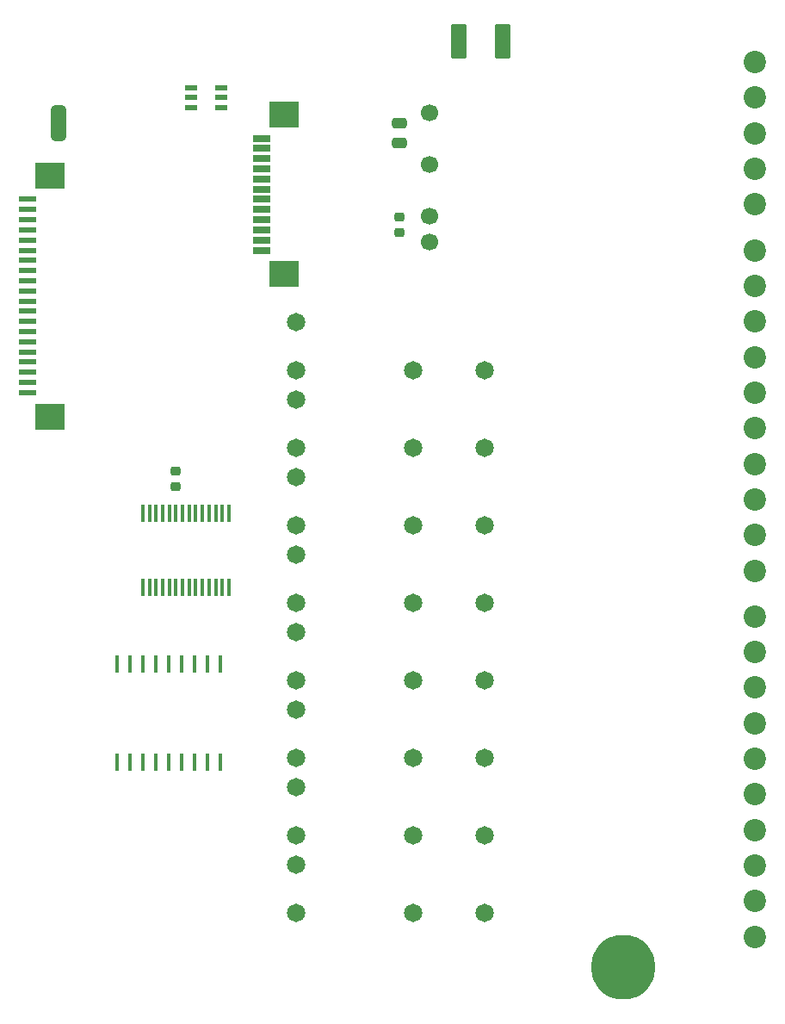
<source format=gbr>
%TF.GenerationSoftware,KiCad,Pcbnew,9.0.5*%
%TF.CreationDate,2025-10-31T12:59:57+03:00*%
%TF.ProjectId,PMCNV-RQ8,504d434e-562d-4525-9138-2e6b69636164,rev?*%
%TF.SameCoordinates,Original*%
%TF.FileFunction,Soldermask,Top*%
%TF.FilePolarity,Negative*%
%FSLAX46Y46*%
G04 Gerber Fmt 4.6, Leading zero omitted, Abs format (unit mm)*
G04 Created by KiCad (PCBNEW 9.0.5) date 2025-10-31 12:59:57*
%MOMM*%
%LPD*%
G01*
G04 APERTURE LIST*
G04 Aperture macros list*
%AMRoundRect*
0 Rectangle with rounded corners*
0 $1 Rounding radius*
0 $2 $3 $4 $5 $6 $7 $8 $9 X,Y pos of 4 corners*
0 Add a 4 corners polygon primitive as box body*
4,1,4,$2,$3,$4,$5,$6,$7,$8,$9,$2,$3,0*
0 Add four circle primitives for the rounded corners*
1,1,$1+$1,$2,$3*
1,1,$1+$1,$4,$5*
1,1,$1+$1,$6,$7*
1,1,$1+$1,$8,$9*
0 Add four rect primitives between the rounded corners*
20,1,$1+$1,$2,$3,$4,$5,0*
20,1,$1+$1,$4,$5,$6,$7,0*
20,1,$1+$1,$6,$7,$8,$9,0*
20,1,$1+$1,$8,$9,$2,$3,0*%
%AMFreePoly0*
4,1,23,0.550000,-0.750000,0.000000,-0.750000,0.000000,-0.745722,-0.065263,-0.745722,-0.191342,-0.711940,-0.304381,-0.646677,-0.396677,-0.554381,-0.461940,-0.441342,-0.495722,-0.315263,-0.495722,-0.250000,-0.500000,-0.250000,-0.500000,0.250000,-0.495722,0.250000,-0.495722,0.315263,-0.461940,0.441342,-0.396677,0.554381,-0.304381,0.646677,-0.191342,0.711940,-0.065263,0.745722,0.000000,0.745722,
0.000000,0.750000,0.550000,0.750000,0.550000,-0.750000,0.550000,-0.750000,$1*%
%AMFreePoly1*
4,1,23,0.000000,0.745722,0.065263,0.745722,0.191342,0.711940,0.304381,0.646677,0.396677,0.554381,0.461940,0.441342,0.495722,0.315263,0.495722,0.250000,0.500000,0.250000,0.500000,-0.250000,0.495722,-0.250000,0.495722,-0.315263,0.461940,-0.441342,0.396677,-0.554381,0.304381,-0.646677,0.191342,-0.711940,0.065263,-0.745722,0.000000,-0.745722,0.000000,-0.750000,-0.550000,-0.750000,
-0.550000,0.750000,0.000000,0.750000,0.000000,0.745722,0.000000,0.745722,$1*%
G04 Aperture macros list end*
%ADD10C,1.812000*%
%ADD11R,0.450800X1.716000*%
%ADD12FreePoly0,270.000000*%
%ADD13R,1.500000X1.000000*%
%ADD14FreePoly1,270.000000*%
%ADD15RoundRect,0.250000X-0.475000X0.250000X-0.475000X-0.250000X0.475000X-0.250000X0.475000X0.250000X0*%
%ADD16C,2.200000*%
%ADD17R,1.181100X0.558800*%
%ADD18RoundRect,0.225000X0.250000X-0.225000X0.250000X0.225000X-0.250000X0.225000X-0.250000X-0.225000X0*%
%ADD19C,1.700000*%
%ADD20O,6.350000X6.350000*%
%ADD21R,0.431800X1.655601*%
%ADD22RoundRect,0.250000X0.537500X1.450000X-0.537500X1.450000X-0.537500X-1.450000X0.537500X-1.450000X0*%
%ADD23R,1.803400X0.635000*%
%ADD24R,2.997200X2.590800*%
%ADD25R,1.800000X0.600000*%
%ADD26R,3.000000X2.600000*%
G04 APERTURE END LIST*
%TO.C,JP10*%
G36*
X-32750000Y37750000D02*
G01*
X-34250000Y37750000D01*
X-34250000Y36250000D01*
X-32750000Y36250000D01*
X-32750000Y37750000D01*
G37*
%TD*%
D10*
%TO.C,K4*%
X-10160000Y-10160000D03*
X1340000Y-10160000D03*
X8340000Y-10160000D03*
X-10160000Y-5460000D03*
%TD*%
D11*
%TO.C,U2*%
X-17645000Y-16149202D03*
X-18915000Y-16149202D03*
X-20185000Y-16149202D03*
X-21455000Y-16149202D03*
X-22725000Y-16149202D03*
X-23995000Y-16149202D03*
X-25265000Y-16149202D03*
X-26535000Y-16149202D03*
X-27805000Y-16149202D03*
X-27805000Y-25850798D03*
X-26535000Y-25850798D03*
X-25265000Y-25850798D03*
X-23995000Y-25850798D03*
X-22725000Y-25850798D03*
X-21455000Y-25850798D03*
X-20185000Y-25850798D03*
X-18915000Y-25850798D03*
X-17645000Y-25850798D03*
%TD*%
D10*
%TO.C,K5*%
X-10160000Y-17780000D03*
X1340000Y-17780000D03*
X8340000Y-17780000D03*
X-10160000Y-13080000D03*
%TD*%
D12*
%TO.C,JP10*%
X-33500000Y38300000D03*
D13*
X-33500000Y37000000D03*
D14*
X-33500000Y35700000D03*
%TD*%
D15*
%TO.C,C10*%
X0Y36950000D03*
X0Y35050000D03*
%TD*%
D10*
%TO.C,K6*%
X-10160000Y-25400000D03*
X1340000Y-25400000D03*
X8340000Y-25400000D03*
X-10160000Y-20700000D03*
%TD*%
%TO.C,K8*%
X-10160000Y-40640000D03*
X1340000Y-40640000D03*
X8340000Y-40640000D03*
X-10160000Y-35940000D03*
%TD*%
%TO.C,K1*%
X-10160000Y12700000D03*
X1340000Y12700000D03*
X8340000Y12700000D03*
X-10160000Y17400000D03*
%TD*%
D16*
%TO.C,J6*%
X35000000Y29000000D03*
X35000000Y32500000D03*
X35000000Y36000000D03*
X35000000Y39500000D03*
X35000000Y43000000D03*
%TD*%
%TO.C,J8*%
X35000000Y-43000000D03*
X35000000Y-39500000D03*
X35000000Y-36000000D03*
X35000000Y-32500000D03*
X35000000Y-29000000D03*
X35000000Y-25500000D03*
X35000000Y-22000000D03*
X35000000Y-18500000D03*
X35000000Y-15000000D03*
X35000000Y-11500000D03*
%TD*%
D10*
%TO.C,K7*%
X-10160000Y-33020000D03*
X1340000Y-33020000D03*
X8340000Y-33020000D03*
X-10160000Y-28320000D03*
%TD*%
D17*
%TO.C,U5*%
X-20466850Y40450001D03*
X-20466850Y39500000D03*
X-20466850Y38549999D03*
X-17533150Y38549999D03*
X-17533150Y39500000D03*
X-17533150Y40450001D03*
%TD*%
D18*
%TO.C,C2*%
X-22000000Y1225000D03*
X-22000000Y2775000D03*
%TD*%
D19*
%TO.C,PS1*%
X3000000Y25300000D03*
X3000000Y27840000D03*
X3000000Y32920000D03*
X3000000Y38000000D03*
%TD*%
D20*
%TO.C,PE1*%
X22000000Y-46000000D03*
%TD*%
D18*
%TO.C,C7*%
X0Y26225000D03*
X0Y27775000D03*
%TD*%
D10*
%TO.C,K3*%
X-10160000Y-2540000D03*
X1340000Y-2540000D03*
X8340000Y-2540000D03*
X-10160000Y2160000D03*
%TD*%
D21*
%TO.C,U1*%
X-16775000Y-1372199D03*
X-17425001Y-1372199D03*
X-18075000Y-1372199D03*
X-18725001Y-1372199D03*
X-19374999Y-1372199D03*
X-20025001Y-1372199D03*
X-20674999Y-1372199D03*
X-21324998Y-1372199D03*
X-21974999Y-1372199D03*
X-22624998Y-1372199D03*
X-23274999Y-1372199D03*
X-23924998Y-1372199D03*
X-24574999Y-1372199D03*
X-25224998Y-1372199D03*
X-25225000Y-8627801D03*
X-24574999Y-8627801D03*
X-23925000Y-8627801D03*
X-23274999Y-8627801D03*
X-22625001Y-8627801D03*
X-21974999Y-8627801D03*
X-21325001Y-8627801D03*
X-20674999Y-8627801D03*
X-20025001Y-8627801D03*
X-19374999Y-8627801D03*
X-18725001Y-8627801D03*
X-18075000Y-8627801D03*
X-17425001Y-8627801D03*
X-16775000Y-8627801D03*
%TD*%
D10*
%TO.C,K2*%
X-10160000Y5080000D03*
X1340000Y5080000D03*
X8340000Y5080000D03*
X-10160000Y9780000D03*
%TD*%
D22*
%TO.C,C1*%
X10137500Y45000000D03*
X5862500Y45000000D03*
%TD*%
D23*
%TO.C,J3*%
X-13556000Y24500008D03*
X-13556000Y25500006D03*
X-13556000Y26500004D03*
X-13556000Y27500002D03*
X-13556000Y28500000D03*
X-13556000Y29500000D03*
X-13556000Y30500000D03*
X-13556000Y31500000D03*
X-13556000Y32499998D03*
X-13556000Y33499996D03*
X-13556000Y34499994D03*
X-13556000Y35499992D03*
D24*
X-11385999Y22149997D03*
X-11385999Y37850003D03*
%TD*%
D16*
%TO.C,J7*%
X35000000Y-7000000D03*
X35000000Y-3500000D03*
X35000000Y0D03*
X35000000Y3500000D03*
X35000000Y7000000D03*
X35000000Y10500000D03*
X35000000Y14000000D03*
X35000000Y17500000D03*
X35000000Y21000000D03*
X35000000Y24500000D03*
%TD*%
D25*
%TO.C,JM1*%
X-36546000Y10500000D03*
X-36546000Y11500000D03*
X-36546000Y12500000D03*
X-36546000Y13500000D03*
X-36546000Y14500000D03*
X-36546000Y15500000D03*
X-36546000Y16500000D03*
X-36546000Y17500000D03*
X-36546000Y18500000D03*
X-36546000Y19500000D03*
X-36546000Y20500000D03*
X-36546000Y21500000D03*
X-36546000Y22500000D03*
X-36546000Y23500000D03*
X-36546000Y24500000D03*
X-36546000Y25500000D03*
X-36546000Y26500000D03*
X-36546000Y27500000D03*
X-36546000Y28500000D03*
X-36546000Y29500000D03*
D26*
X-34375000Y8150000D03*
X-34375000Y31850000D03*
%TD*%
M02*

</source>
